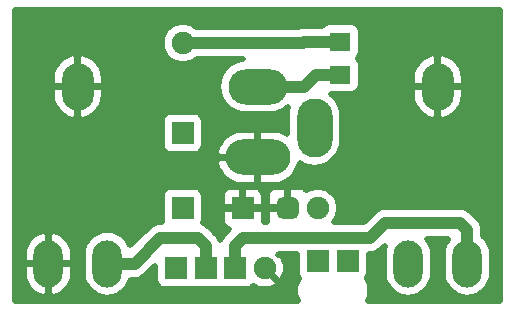
<source format=gbr>
G04 #@! TF.GenerationSoftware,KiCad,Pcbnew,5.1.6-c6e7f7d~87~ubuntu19.10.1*
G04 #@! TF.CreationDate,2022-01-09T06:03:03+06:00*
G04 #@! TF.ProjectId,1590N1_connector_board_r1,31353930-4e31-45f6-936f-6e6e6563746f,1A*
G04 #@! TF.SameCoordinates,Original*
G04 #@! TF.FileFunction,Copper,L2,Bot*
G04 #@! TF.FilePolarity,Positive*
%FSLAX46Y46*%
G04 Gerber Fmt 4.6, Leading zero omitted, Abs format (unit mm)*
G04 Created by KiCad (PCBNEW 5.1.6-c6e7f7d~87~ubuntu19.10.1) date 2022-01-09 06:03:03*
%MOMM*%
%LPD*%
G01*
G04 APERTURE LIST*
G04 #@! TA.AperFunction,ComponentPad*
%ADD10O,5.000000X3.000000*%
G04 #@! TD*
G04 #@! TA.AperFunction,ComponentPad*
%ADD11O,3.000000X5.000000*%
G04 #@! TD*
G04 #@! TA.AperFunction,ComponentPad*
%ADD12O,5.500000X3.000000*%
G04 #@! TD*
G04 #@! TA.AperFunction,ComponentPad*
%ADD13R,1.900000X1.900000*%
G04 #@! TD*
G04 #@! TA.AperFunction,ComponentPad*
%ADD14C,1.900000*%
G04 #@! TD*
G04 #@! TA.AperFunction,ComponentPad*
%ADD15O,2.500000X4.000000*%
G04 #@! TD*
G04 #@! TA.AperFunction,ComponentPad*
%ADD16O,2.700000X4.000000*%
G04 #@! TD*
G04 #@! TA.AperFunction,SMDPad,CuDef*
%ADD17R,1.800000X1.600000*%
G04 #@! TD*
G04 #@! TA.AperFunction,Conductor*
%ADD18C,1.000000*%
G04 #@! TD*
G04 #@! TA.AperFunction,Conductor*
%ADD19C,0.500000*%
G04 #@! TD*
G04 APERTURE END LIST*
D10*
X105410000Y-142755000D03*
D11*
X110210000Y-146255000D03*
D12*
X105410000Y-148755000D03*
D13*
X99060000Y-146685000D03*
D14*
X99060000Y-139065000D03*
X105985000Y-158115000D03*
D13*
X103485000Y-158115000D03*
X100985000Y-158115000D03*
X98485000Y-158115000D03*
D15*
X87670000Y-157755000D03*
X92670000Y-157755000D03*
D16*
X90170000Y-142755000D03*
X120650000Y-142755000D03*
D15*
X123150000Y-157755000D03*
X118150000Y-157755000D03*
D17*
X112395000Y-141735000D03*
X112395000Y-138935000D03*
D13*
X99060000Y-153035000D03*
X104140000Y-153035000D03*
X110490000Y-157480000D03*
G04 #@! TA.AperFunction,ComponentPad*
G36*
G01*
X108900000Y-152655000D02*
X108900000Y-153415000D01*
G75*
G02*
X108330000Y-153985000I-570000J0D01*
G01*
X107570000Y-153985000D01*
G75*
G02*
X107000000Y-153415000I0J570000D01*
G01*
X107000000Y-152655000D01*
G75*
G02*
X107570000Y-152085000I570000J0D01*
G01*
X108330000Y-152085000D01*
G75*
G02*
X108900000Y-152655000I0J-570000D01*
G01*
G37*
G04 #@! TD.AperFunction*
D14*
X110490000Y-153035000D03*
D13*
X113030000Y-157480000D03*
D18*
X122555000Y-154305000D02*
X123150000Y-154900000D01*
X123150000Y-154900000D02*
X123150000Y-157755000D01*
X116205000Y-154305000D02*
X122555000Y-154305000D01*
X114935000Y-155575000D02*
X116205000Y-154305000D01*
X103485000Y-156230000D02*
X104140000Y-155575000D01*
X104140000Y-155575000D02*
X114935000Y-155575000D01*
X103485000Y-158115000D02*
X103485000Y-156230000D01*
X100330000Y-155575000D02*
X100985000Y-156230000D01*
X97155000Y-155575000D02*
X100330000Y-155575000D01*
X100985000Y-156230000D02*
X100985000Y-158115000D01*
X94975000Y-157755000D02*
X97155000Y-155575000D01*
X92670000Y-157755000D02*
X94975000Y-157755000D01*
X109220000Y-139065000D02*
X99060000Y-139065000D01*
X109350000Y-138935000D02*
X109220000Y-139065000D01*
X112395000Y-138935000D02*
X109350000Y-138935000D01*
X105410000Y-142755000D02*
X109340000Y-142755000D01*
X110360000Y-141735000D02*
X109340000Y-142755000D01*
X112395000Y-141735000D02*
X110360000Y-141735000D01*
D19*
G36*
X125950001Y-160875000D02*
G01*
X114744034Y-160875000D01*
X114867325Y-160577347D01*
X114940755Y-160208193D01*
X114940755Y-159831807D01*
X114867325Y-159462653D01*
X114723289Y-159114918D01*
X114630933Y-158976697D01*
X114690168Y-158904519D01*
X114769097Y-158756855D01*
X114817700Y-158596629D01*
X114834112Y-158430000D01*
X114834112Y-156925000D01*
X114868681Y-156925000D01*
X114935000Y-156931532D01*
X115001319Y-156925000D01*
X115001321Y-156925000D01*
X115199646Y-156905467D01*
X115454122Y-156828272D01*
X115688649Y-156702915D01*
X115894213Y-156534213D01*
X115936491Y-156482697D01*
X116191214Y-156227975D01*
X116080385Y-156593329D01*
X116050000Y-156901834D01*
X116050000Y-158608167D01*
X116080386Y-158916672D01*
X116200466Y-159312524D01*
X116395466Y-159677343D01*
X116657892Y-159997109D01*
X116977658Y-160259535D01*
X117342477Y-160454535D01*
X117738329Y-160574615D01*
X118150000Y-160615161D01*
X118561672Y-160574615D01*
X118957524Y-160454535D01*
X119322343Y-160259535D01*
X119642109Y-159997109D01*
X119904535Y-159677343D01*
X120099535Y-159312524D01*
X120219615Y-158916671D01*
X120250000Y-158608166D01*
X120250000Y-156901833D01*
X120219615Y-156593328D01*
X120099535Y-156197476D01*
X119904535Y-155832657D01*
X119758735Y-155655000D01*
X121541265Y-155655000D01*
X121395465Y-155832657D01*
X121200465Y-156197477D01*
X121080385Y-156593329D01*
X121050000Y-156901834D01*
X121050000Y-158608167D01*
X121080386Y-158916672D01*
X121200466Y-159312524D01*
X121395466Y-159677343D01*
X121657892Y-159997109D01*
X121977658Y-160259535D01*
X122342477Y-160454535D01*
X122738329Y-160574615D01*
X123150000Y-160615161D01*
X123561672Y-160574615D01*
X123957524Y-160454535D01*
X124322343Y-160259535D01*
X124642109Y-159997109D01*
X124904535Y-159677343D01*
X125099535Y-159312524D01*
X125219615Y-158916671D01*
X125250000Y-158608166D01*
X125250000Y-156901833D01*
X125219615Y-156593328D01*
X125099535Y-156197476D01*
X124904535Y-155832657D01*
X124642109Y-155512891D01*
X124500000Y-155396265D01*
X124500000Y-154966310D01*
X124506531Y-154899999D01*
X124500000Y-154833688D01*
X124500000Y-154833679D01*
X124480467Y-154635354D01*
X124403272Y-154380878D01*
X124277915Y-154146351D01*
X124109212Y-153940787D01*
X124057701Y-153898513D01*
X123556491Y-153397303D01*
X123514213Y-153345787D01*
X123308649Y-153177085D01*
X123074122Y-153051728D01*
X122819646Y-152974533D01*
X122621321Y-152955000D01*
X122621319Y-152955000D01*
X122555000Y-152948468D01*
X122488681Y-152955000D01*
X116271310Y-152955000D01*
X116204999Y-152948469D01*
X116138688Y-152955000D01*
X116138679Y-152955000D01*
X115940354Y-152974533D01*
X115685878Y-153051728D01*
X115576707Y-153110081D01*
X115451350Y-153177085D01*
X115297301Y-153303510D01*
X115297298Y-153303513D01*
X115245787Y-153345787D01*
X115203513Y-153397298D01*
X114375812Y-154225000D01*
X111845584Y-154225000D01*
X111888151Y-154182433D01*
X112085139Y-153887620D01*
X112220827Y-153560041D01*
X112290000Y-153212284D01*
X112290000Y-152857716D01*
X112220827Y-152509959D01*
X112085139Y-152182380D01*
X111888151Y-151887567D01*
X111637433Y-151636849D01*
X111342620Y-151439861D01*
X111015041Y-151304173D01*
X110667284Y-151235000D01*
X110312716Y-151235000D01*
X109964959Y-151304173D01*
X109637380Y-151439861D01*
X109529372Y-151512029D01*
X109503949Y-151481051D01*
X109374520Y-151374831D01*
X109226855Y-151295902D01*
X109066629Y-151247299D01*
X108900000Y-151230887D01*
X108212500Y-151235000D01*
X108000000Y-151447500D01*
X108000000Y-152985000D01*
X108020000Y-152985000D01*
X108020000Y-153085000D01*
X108000000Y-153085000D01*
X108000000Y-153105000D01*
X107900000Y-153105000D01*
X107900000Y-153085000D01*
X106362500Y-153085000D01*
X106150000Y-153297500D01*
X106145887Y-153985000D01*
X106162299Y-154151629D01*
X106184555Y-154225000D01*
X105905445Y-154225000D01*
X105927701Y-154151629D01*
X105944113Y-153985000D01*
X105940000Y-153297500D01*
X105727500Y-153085000D01*
X104190000Y-153085000D01*
X104190000Y-153105000D01*
X104090000Y-153105000D01*
X104090000Y-153085000D01*
X102552500Y-153085000D01*
X102340000Y-153297500D01*
X102335887Y-153985000D01*
X102352299Y-154151629D01*
X102400902Y-154311855D01*
X102479831Y-154459520D01*
X102586051Y-154588949D01*
X102715480Y-154695169D01*
X102863145Y-154774098D01*
X102992481Y-154813331D01*
X102577299Y-155228513D01*
X102525788Y-155270787D01*
X102483514Y-155322298D01*
X102483510Y-155322302D01*
X102357085Y-155476351D01*
X102235000Y-155704757D01*
X102112915Y-155476351D01*
X101944212Y-155270787D01*
X101892701Y-155228513D01*
X101331490Y-154667302D01*
X101289213Y-154615787D01*
X101083649Y-154447085D01*
X100849122Y-154321728D01*
X100800570Y-154307000D01*
X100847700Y-154151629D01*
X100864112Y-153985000D01*
X100864112Y-152085000D01*
X102335887Y-152085000D01*
X102340000Y-152772500D01*
X102552500Y-152985000D01*
X104090000Y-152985000D01*
X104090000Y-151447500D01*
X104190000Y-151447500D01*
X104190000Y-152985000D01*
X105727500Y-152985000D01*
X105940000Y-152772500D01*
X105944113Y-152085000D01*
X106145887Y-152085000D01*
X106150000Y-152772500D01*
X106362500Y-152985000D01*
X107900000Y-152985000D01*
X107900000Y-151447500D01*
X107687500Y-151235000D01*
X107000000Y-151230887D01*
X106833371Y-151247299D01*
X106673145Y-151295902D01*
X106525480Y-151374831D01*
X106396051Y-151481051D01*
X106289831Y-151610480D01*
X106210902Y-151758145D01*
X106162299Y-151918371D01*
X106145887Y-152085000D01*
X105944113Y-152085000D01*
X105927701Y-151918371D01*
X105879098Y-151758145D01*
X105800169Y-151610480D01*
X105693949Y-151481051D01*
X105564520Y-151374831D01*
X105416855Y-151295902D01*
X105256629Y-151247299D01*
X105090000Y-151230887D01*
X104402500Y-151235000D01*
X104190000Y-151447500D01*
X104090000Y-151447500D01*
X103877500Y-151235000D01*
X103190000Y-151230887D01*
X103023371Y-151247299D01*
X102863145Y-151295902D01*
X102715480Y-151374831D01*
X102586051Y-151481051D01*
X102479831Y-151610480D01*
X102400902Y-151758145D01*
X102352299Y-151918371D01*
X102335887Y-152085000D01*
X100864112Y-152085000D01*
X100847700Y-151918371D01*
X100799097Y-151758145D01*
X100720168Y-151610481D01*
X100613948Y-151481052D01*
X100484519Y-151374832D01*
X100336855Y-151295903D01*
X100176629Y-151247300D01*
X100010000Y-151230888D01*
X98110000Y-151230888D01*
X97943371Y-151247300D01*
X97783145Y-151295903D01*
X97635481Y-151374832D01*
X97506052Y-151481052D01*
X97399832Y-151610481D01*
X97320903Y-151758145D01*
X97272300Y-151918371D01*
X97255888Y-152085000D01*
X97255888Y-153985000D01*
X97272300Y-154151629D01*
X97294556Y-154225000D01*
X97221319Y-154225000D01*
X97155000Y-154218468D01*
X97088681Y-154225000D01*
X97088679Y-154225000D01*
X96890354Y-154244533D01*
X96695105Y-154303761D01*
X96635877Y-154321728D01*
X96427420Y-154433151D01*
X96401351Y-154447085D01*
X96195787Y-154615787D01*
X96153510Y-154667302D01*
X94620420Y-156200392D01*
X94619535Y-156197476D01*
X94424535Y-155832657D01*
X94162109Y-155512891D01*
X93842343Y-155250465D01*
X93477523Y-155055465D01*
X93081671Y-154935385D01*
X92670000Y-154894839D01*
X92258328Y-154935385D01*
X91862476Y-155055465D01*
X91497657Y-155250465D01*
X91177891Y-155512891D01*
X90915465Y-155832657D01*
X90720465Y-156197477D01*
X90600385Y-156593329D01*
X90570000Y-156901834D01*
X90570000Y-158608167D01*
X90600386Y-158916672D01*
X90720466Y-159312524D01*
X90915466Y-159677343D01*
X91177892Y-159997109D01*
X91497658Y-160259535D01*
X91862477Y-160454535D01*
X92258329Y-160574615D01*
X92670000Y-160615161D01*
X93081672Y-160574615D01*
X93477524Y-160454535D01*
X93842343Y-160259535D01*
X94162109Y-159997109D01*
X94424535Y-159677343D01*
X94619535Y-159312524D01*
X94682486Y-159105000D01*
X94908681Y-159105000D01*
X94975000Y-159111532D01*
X95041319Y-159105000D01*
X95041321Y-159105000D01*
X95239646Y-159085467D01*
X95494122Y-159008272D01*
X95728649Y-158882915D01*
X95934213Y-158714213D01*
X95976491Y-158662697D01*
X96680888Y-157958300D01*
X96680888Y-159065000D01*
X96697300Y-159231629D01*
X96745903Y-159391855D01*
X96824832Y-159539519D01*
X96931052Y-159668948D01*
X97060481Y-159775168D01*
X97208145Y-159854097D01*
X97368371Y-159902700D01*
X97535000Y-159919112D01*
X99435000Y-159919112D01*
X99601629Y-159902700D01*
X99735000Y-159862243D01*
X99868371Y-159902700D01*
X100035000Y-159919112D01*
X101935000Y-159919112D01*
X102101629Y-159902700D01*
X102235000Y-159862243D01*
X102368371Y-159902700D01*
X102535000Y-159919112D01*
X104435000Y-159919112D01*
X104601629Y-159902700D01*
X104761855Y-159854097D01*
X104909519Y-159775168D01*
X105038948Y-159668948D01*
X105050233Y-159655197D01*
X105273463Y-159777873D01*
X105611545Y-159884735D01*
X105963979Y-159923587D01*
X106317221Y-159892936D01*
X106657695Y-159793961D01*
X106972318Y-159630463D01*
X107007276Y-159607107D01*
X107077781Y-159278492D01*
X105985000Y-158185711D01*
X105970858Y-158199853D01*
X105900147Y-158129142D01*
X105914289Y-158115000D01*
X105900147Y-158100858D01*
X105970858Y-158030147D01*
X105985000Y-158044289D01*
X105999142Y-158030147D01*
X106069853Y-158100858D01*
X106055711Y-158115000D01*
X107148492Y-159207781D01*
X107477107Y-159137276D01*
X107647873Y-158826537D01*
X107754735Y-158488455D01*
X107793587Y-158136021D01*
X107762936Y-157782779D01*
X107663961Y-157442305D01*
X107500463Y-157127682D01*
X107477107Y-157092724D01*
X107148494Y-157022219D01*
X107245713Y-156925000D01*
X108685888Y-156925000D01*
X108685888Y-158430000D01*
X108702300Y-158596629D01*
X108750903Y-158756855D01*
X108829832Y-158904519D01*
X108889067Y-158976697D01*
X108796711Y-159114918D01*
X108652675Y-159462653D01*
X108579245Y-159831807D01*
X108579245Y-160208193D01*
X108652675Y-160577347D01*
X108775966Y-160875000D01*
X84870000Y-160875000D01*
X84870000Y-157805000D01*
X85570000Y-157805000D01*
X85570000Y-158555000D01*
X85620105Y-158963729D01*
X85748987Y-159354829D01*
X85951692Y-159713271D01*
X86220431Y-160025280D01*
X86544876Y-160278865D01*
X86912559Y-160464281D01*
X87292196Y-160570736D01*
X87620000Y-160391838D01*
X87620000Y-157805000D01*
X87720000Y-157805000D01*
X87720000Y-160391838D01*
X88047804Y-160570736D01*
X88427441Y-160464281D01*
X88795124Y-160278865D01*
X89119569Y-160025280D01*
X89388308Y-159713271D01*
X89591013Y-159354829D01*
X89719895Y-158963729D01*
X89770000Y-158555000D01*
X89770000Y-157805000D01*
X87720000Y-157805000D01*
X87620000Y-157805000D01*
X85570000Y-157805000D01*
X84870000Y-157805000D01*
X84870000Y-156955000D01*
X85570000Y-156955000D01*
X85570000Y-157705000D01*
X87620000Y-157705000D01*
X87620000Y-155118162D01*
X87720000Y-155118162D01*
X87720000Y-157705000D01*
X89770000Y-157705000D01*
X89770000Y-156955000D01*
X89719895Y-156546271D01*
X89591013Y-156155171D01*
X89388308Y-155796729D01*
X89119569Y-155484720D01*
X88795124Y-155231135D01*
X88427441Y-155045719D01*
X88047804Y-154939264D01*
X87720000Y-155118162D01*
X87620000Y-155118162D01*
X87292196Y-154939264D01*
X86912559Y-155045719D01*
X86544876Y-155231135D01*
X86220431Y-155484720D01*
X85951692Y-155796729D01*
X85748987Y-156155171D01*
X85620105Y-156546271D01*
X85570000Y-156955000D01*
X84870000Y-156955000D01*
X84870000Y-149171922D01*
X101847280Y-149171922D01*
X101969747Y-149608111D01*
X102178266Y-150019016D01*
X102462942Y-150381345D01*
X102812835Y-150681175D01*
X103214499Y-150906983D01*
X103652498Y-151050091D01*
X104110000Y-151105000D01*
X105360000Y-151105000D01*
X105360000Y-148805000D01*
X102023085Y-148805000D01*
X101847280Y-149171922D01*
X84870000Y-149171922D01*
X84870000Y-145735000D01*
X97255888Y-145735000D01*
X97255888Y-147635000D01*
X97272300Y-147801629D01*
X97320903Y-147961855D01*
X97399832Y-148109519D01*
X97506052Y-148238948D01*
X97635481Y-148345168D01*
X97783145Y-148424097D01*
X97943371Y-148472700D01*
X98110000Y-148489112D01*
X100010000Y-148489112D01*
X100176629Y-148472700D01*
X100336855Y-148424097D01*
X100484519Y-148345168D01*
X100493158Y-148338078D01*
X101847280Y-148338078D01*
X102023085Y-148705000D01*
X105360000Y-148705000D01*
X105360000Y-146405000D01*
X104110000Y-146405000D01*
X103652498Y-146459909D01*
X103214499Y-146603017D01*
X102812835Y-146828825D01*
X102462942Y-147128655D01*
X102178266Y-147490984D01*
X101969747Y-147901889D01*
X101847280Y-148338078D01*
X100493158Y-148338078D01*
X100613948Y-148238948D01*
X100720168Y-148109519D01*
X100799097Y-147961855D01*
X100847700Y-147801629D01*
X100864112Y-147635000D01*
X100864112Y-145735000D01*
X100847700Y-145568371D01*
X100799097Y-145408145D01*
X100720168Y-145260481D01*
X100613948Y-145131052D01*
X100484519Y-145024832D01*
X100336855Y-144945903D01*
X100176629Y-144897300D01*
X100010000Y-144880888D01*
X98110000Y-144880888D01*
X97943371Y-144897300D01*
X97783145Y-144945903D01*
X97635481Y-145024832D01*
X97506052Y-145131052D01*
X97399832Y-145260481D01*
X97320903Y-145408145D01*
X97272300Y-145568371D01*
X97255888Y-145735000D01*
X84870000Y-145735000D01*
X84870000Y-142805000D01*
X87970000Y-142805000D01*
X87970000Y-143455000D01*
X88022027Y-143883238D01*
X88156599Y-144293098D01*
X88368545Y-144668828D01*
X88649720Y-144995990D01*
X88989319Y-145262011D01*
X89374290Y-145456668D01*
X89776549Y-145569532D01*
X90120000Y-145391871D01*
X90120000Y-142805000D01*
X90220000Y-142805000D01*
X90220000Y-145391871D01*
X90563451Y-145569532D01*
X90965710Y-145456668D01*
X91350681Y-145262011D01*
X91690280Y-144995990D01*
X91971455Y-144668828D01*
X92183401Y-144293098D01*
X92317973Y-143883238D01*
X92370000Y-143455000D01*
X92370000Y-142805000D01*
X90220000Y-142805000D01*
X90120000Y-142805000D01*
X87970000Y-142805000D01*
X84870000Y-142805000D01*
X84870000Y-142055000D01*
X87970000Y-142055000D01*
X87970000Y-142705000D01*
X90120000Y-142705000D01*
X90120000Y-140118129D01*
X90220000Y-140118129D01*
X90220000Y-142705000D01*
X92370000Y-142705000D01*
X92370000Y-142055000D01*
X92317973Y-141626762D01*
X92183401Y-141216902D01*
X91971455Y-140841172D01*
X91690280Y-140514010D01*
X91350681Y-140247989D01*
X90965710Y-140053332D01*
X90563451Y-139940468D01*
X90220000Y-140118129D01*
X90120000Y-140118129D01*
X89776549Y-139940468D01*
X89374290Y-140053332D01*
X88989319Y-140247989D01*
X88649720Y-140514010D01*
X88368545Y-140841172D01*
X88156599Y-141216902D01*
X88022027Y-141626762D01*
X87970000Y-142055000D01*
X84870000Y-142055000D01*
X84870000Y-138887716D01*
X97260000Y-138887716D01*
X97260000Y-139242284D01*
X97329173Y-139590041D01*
X97464861Y-139917620D01*
X97661849Y-140212433D01*
X97912567Y-140463151D01*
X98207380Y-140660139D01*
X98534959Y-140795827D01*
X98882716Y-140865000D01*
X99237284Y-140865000D01*
X99585041Y-140795827D01*
X99912620Y-140660139D01*
X100207433Y-140463151D01*
X100255584Y-140415000D01*
X104193026Y-140415000D01*
X103949320Y-140439003D01*
X103506343Y-140573379D01*
X103098093Y-140791593D01*
X102740259Y-141085259D01*
X102446593Y-141443093D01*
X102228379Y-141851343D01*
X102094003Y-142294320D01*
X102048630Y-142755000D01*
X102094003Y-143215680D01*
X102228379Y-143658657D01*
X102446593Y-144066907D01*
X102740259Y-144424741D01*
X103098093Y-144718407D01*
X103506343Y-144936621D01*
X103949320Y-145070997D01*
X104294558Y-145105000D01*
X106525442Y-145105000D01*
X106870680Y-145070997D01*
X107313657Y-144936621D01*
X107721907Y-144718407D01*
X107981709Y-144505193D01*
X107894003Y-144794321D01*
X107860000Y-145139559D01*
X107860000Y-146746092D01*
X107605501Y-146603017D01*
X107167502Y-146459909D01*
X106710000Y-146405000D01*
X105460000Y-146405000D01*
X105460000Y-148705000D01*
X105480000Y-148705000D01*
X105480000Y-148805000D01*
X105460000Y-148805000D01*
X105460000Y-151105000D01*
X106710000Y-151105000D01*
X107167502Y-151050091D01*
X107605501Y-150906983D01*
X108007165Y-150681175D01*
X108357058Y-150381345D01*
X108641734Y-150019016D01*
X108850253Y-149608111D01*
X108951634Y-149247025D01*
X109306344Y-149436621D01*
X109749321Y-149570997D01*
X110210000Y-149616370D01*
X110670680Y-149570997D01*
X111113657Y-149436621D01*
X111521907Y-149218407D01*
X111879741Y-148924741D01*
X112173407Y-148566907D01*
X112391621Y-148158657D01*
X112525997Y-147715680D01*
X112560000Y-147370442D01*
X112560000Y-145139558D01*
X112525997Y-144794320D01*
X112391621Y-144351343D01*
X112173407Y-143943093D01*
X111879741Y-143585259D01*
X111640734Y-143389112D01*
X113295000Y-143389112D01*
X113461629Y-143372700D01*
X113621855Y-143324097D01*
X113769519Y-143245168D01*
X113898948Y-143138948D01*
X114005168Y-143009519D01*
X114084097Y-142861855D01*
X114101343Y-142805000D01*
X118450000Y-142805000D01*
X118450000Y-143455000D01*
X118502027Y-143883238D01*
X118636599Y-144293098D01*
X118848545Y-144668828D01*
X119129720Y-144995990D01*
X119469319Y-145262011D01*
X119854290Y-145456668D01*
X120256549Y-145569532D01*
X120600000Y-145391871D01*
X120600000Y-142805000D01*
X120700000Y-142805000D01*
X120700000Y-145391871D01*
X121043451Y-145569532D01*
X121445710Y-145456668D01*
X121830681Y-145262011D01*
X122170280Y-144995990D01*
X122451455Y-144668828D01*
X122663401Y-144293098D01*
X122797973Y-143883238D01*
X122850000Y-143455000D01*
X122850000Y-142805000D01*
X120700000Y-142805000D01*
X120600000Y-142805000D01*
X118450000Y-142805000D01*
X114101343Y-142805000D01*
X114132700Y-142701629D01*
X114149112Y-142535000D01*
X114149112Y-142055000D01*
X118450000Y-142055000D01*
X118450000Y-142705000D01*
X120600000Y-142705000D01*
X120600000Y-140118129D01*
X120700000Y-140118129D01*
X120700000Y-142705000D01*
X122850000Y-142705000D01*
X122850000Y-142055000D01*
X122797973Y-141626762D01*
X122663401Y-141216902D01*
X122451455Y-140841172D01*
X122170280Y-140514010D01*
X121830681Y-140247989D01*
X121445710Y-140053332D01*
X121043451Y-139940468D01*
X120700000Y-140118129D01*
X120600000Y-140118129D01*
X120256549Y-139940468D01*
X119854290Y-140053332D01*
X119469319Y-140247989D01*
X119129720Y-140514010D01*
X118848545Y-140841172D01*
X118636599Y-141216902D01*
X118502027Y-141626762D01*
X118450000Y-142055000D01*
X114149112Y-142055000D01*
X114149112Y-140935000D01*
X114132700Y-140768371D01*
X114084097Y-140608145D01*
X114005168Y-140460481D01*
X113902188Y-140335000D01*
X114005168Y-140209519D01*
X114084097Y-140061855D01*
X114132700Y-139901629D01*
X114149112Y-139735000D01*
X114149112Y-138135000D01*
X114132700Y-137968371D01*
X114084097Y-137808145D01*
X114005168Y-137660481D01*
X113898948Y-137531052D01*
X113769519Y-137424832D01*
X113621855Y-137345903D01*
X113461629Y-137297300D01*
X113295000Y-137280888D01*
X111495000Y-137280888D01*
X111328371Y-137297300D01*
X111168145Y-137345903D01*
X111020481Y-137424832D01*
X110891052Y-137531052D01*
X110846778Y-137585000D01*
X109416319Y-137585000D01*
X109350000Y-137578468D01*
X109283681Y-137585000D01*
X109283679Y-137585000D01*
X109085354Y-137604533D01*
X108830878Y-137681728D01*
X108768630Y-137715000D01*
X100255584Y-137715000D01*
X100207433Y-137666849D01*
X99912620Y-137469861D01*
X99585041Y-137334173D01*
X99237284Y-137265000D01*
X98882716Y-137265000D01*
X98534959Y-137334173D01*
X98207380Y-137469861D01*
X97912567Y-137666849D01*
X97661849Y-137917567D01*
X97464861Y-138212380D01*
X97329173Y-138539959D01*
X97260000Y-138887716D01*
X84870000Y-138887716D01*
X84870000Y-136305000D01*
X125950000Y-136305000D01*
X125950001Y-160875000D01*
G37*
X125950001Y-160875000D02*
X114744034Y-160875000D01*
X114867325Y-160577347D01*
X114940755Y-160208193D01*
X114940755Y-159831807D01*
X114867325Y-159462653D01*
X114723289Y-159114918D01*
X114630933Y-158976697D01*
X114690168Y-158904519D01*
X114769097Y-158756855D01*
X114817700Y-158596629D01*
X114834112Y-158430000D01*
X114834112Y-156925000D01*
X114868681Y-156925000D01*
X114935000Y-156931532D01*
X115001319Y-156925000D01*
X115001321Y-156925000D01*
X115199646Y-156905467D01*
X115454122Y-156828272D01*
X115688649Y-156702915D01*
X115894213Y-156534213D01*
X115936491Y-156482697D01*
X116191214Y-156227975D01*
X116080385Y-156593329D01*
X116050000Y-156901834D01*
X116050000Y-158608167D01*
X116080386Y-158916672D01*
X116200466Y-159312524D01*
X116395466Y-159677343D01*
X116657892Y-159997109D01*
X116977658Y-160259535D01*
X117342477Y-160454535D01*
X117738329Y-160574615D01*
X118150000Y-160615161D01*
X118561672Y-160574615D01*
X118957524Y-160454535D01*
X119322343Y-160259535D01*
X119642109Y-159997109D01*
X119904535Y-159677343D01*
X120099535Y-159312524D01*
X120219615Y-158916671D01*
X120250000Y-158608166D01*
X120250000Y-156901833D01*
X120219615Y-156593328D01*
X120099535Y-156197476D01*
X119904535Y-155832657D01*
X119758735Y-155655000D01*
X121541265Y-155655000D01*
X121395465Y-155832657D01*
X121200465Y-156197477D01*
X121080385Y-156593329D01*
X121050000Y-156901834D01*
X121050000Y-158608167D01*
X121080386Y-158916672D01*
X121200466Y-159312524D01*
X121395466Y-159677343D01*
X121657892Y-159997109D01*
X121977658Y-160259535D01*
X122342477Y-160454535D01*
X122738329Y-160574615D01*
X123150000Y-160615161D01*
X123561672Y-160574615D01*
X123957524Y-160454535D01*
X124322343Y-160259535D01*
X124642109Y-159997109D01*
X124904535Y-159677343D01*
X125099535Y-159312524D01*
X125219615Y-158916671D01*
X125250000Y-158608166D01*
X125250000Y-156901833D01*
X125219615Y-156593328D01*
X125099535Y-156197476D01*
X124904535Y-155832657D01*
X124642109Y-155512891D01*
X124500000Y-155396265D01*
X124500000Y-154966310D01*
X124506531Y-154899999D01*
X124500000Y-154833688D01*
X124500000Y-154833679D01*
X124480467Y-154635354D01*
X124403272Y-154380878D01*
X124277915Y-154146351D01*
X124109212Y-153940787D01*
X124057701Y-153898513D01*
X123556491Y-153397303D01*
X123514213Y-153345787D01*
X123308649Y-153177085D01*
X123074122Y-153051728D01*
X122819646Y-152974533D01*
X122621321Y-152955000D01*
X122621319Y-152955000D01*
X122555000Y-152948468D01*
X122488681Y-152955000D01*
X116271310Y-152955000D01*
X116204999Y-152948469D01*
X116138688Y-152955000D01*
X116138679Y-152955000D01*
X115940354Y-152974533D01*
X115685878Y-153051728D01*
X115576707Y-153110081D01*
X115451350Y-153177085D01*
X115297301Y-153303510D01*
X115297298Y-153303513D01*
X115245787Y-153345787D01*
X115203513Y-153397298D01*
X114375812Y-154225000D01*
X111845584Y-154225000D01*
X111888151Y-154182433D01*
X112085139Y-153887620D01*
X112220827Y-153560041D01*
X112290000Y-153212284D01*
X112290000Y-152857716D01*
X112220827Y-152509959D01*
X112085139Y-152182380D01*
X111888151Y-151887567D01*
X111637433Y-151636849D01*
X111342620Y-151439861D01*
X111015041Y-151304173D01*
X110667284Y-151235000D01*
X110312716Y-151235000D01*
X109964959Y-151304173D01*
X109637380Y-151439861D01*
X109529372Y-151512029D01*
X109503949Y-151481051D01*
X109374520Y-151374831D01*
X109226855Y-151295902D01*
X109066629Y-151247299D01*
X108900000Y-151230887D01*
X108212500Y-151235000D01*
X108000000Y-151447500D01*
X108000000Y-152985000D01*
X108020000Y-152985000D01*
X108020000Y-153085000D01*
X108000000Y-153085000D01*
X108000000Y-153105000D01*
X107900000Y-153105000D01*
X107900000Y-153085000D01*
X106362500Y-153085000D01*
X106150000Y-153297500D01*
X106145887Y-153985000D01*
X106162299Y-154151629D01*
X106184555Y-154225000D01*
X105905445Y-154225000D01*
X105927701Y-154151629D01*
X105944113Y-153985000D01*
X105940000Y-153297500D01*
X105727500Y-153085000D01*
X104190000Y-153085000D01*
X104190000Y-153105000D01*
X104090000Y-153105000D01*
X104090000Y-153085000D01*
X102552500Y-153085000D01*
X102340000Y-153297500D01*
X102335887Y-153985000D01*
X102352299Y-154151629D01*
X102400902Y-154311855D01*
X102479831Y-154459520D01*
X102586051Y-154588949D01*
X102715480Y-154695169D01*
X102863145Y-154774098D01*
X102992481Y-154813331D01*
X102577299Y-155228513D01*
X102525788Y-155270787D01*
X102483514Y-155322298D01*
X102483510Y-155322302D01*
X102357085Y-155476351D01*
X102235000Y-155704757D01*
X102112915Y-155476351D01*
X101944212Y-155270787D01*
X101892701Y-155228513D01*
X101331490Y-154667302D01*
X101289213Y-154615787D01*
X101083649Y-154447085D01*
X100849122Y-154321728D01*
X100800570Y-154307000D01*
X100847700Y-154151629D01*
X100864112Y-153985000D01*
X100864112Y-152085000D01*
X102335887Y-152085000D01*
X102340000Y-152772500D01*
X102552500Y-152985000D01*
X104090000Y-152985000D01*
X104090000Y-151447500D01*
X104190000Y-151447500D01*
X104190000Y-152985000D01*
X105727500Y-152985000D01*
X105940000Y-152772500D01*
X105944113Y-152085000D01*
X106145887Y-152085000D01*
X106150000Y-152772500D01*
X106362500Y-152985000D01*
X107900000Y-152985000D01*
X107900000Y-151447500D01*
X107687500Y-151235000D01*
X107000000Y-151230887D01*
X106833371Y-151247299D01*
X106673145Y-151295902D01*
X106525480Y-151374831D01*
X106396051Y-151481051D01*
X106289831Y-151610480D01*
X106210902Y-151758145D01*
X106162299Y-151918371D01*
X106145887Y-152085000D01*
X105944113Y-152085000D01*
X105927701Y-151918371D01*
X105879098Y-151758145D01*
X105800169Y-151610480D01*
X105693949Y-151481051D01*
X105564520Y-151374831D01*
X105416855Y-151295902D01*
X105256629Y-151247299D01*
X105090000Y-151230887D01*
X104402500Y-151235000D01*
X104190000Y-151447500D01*
X104090000Y-151447500D01*
X103877500Y-151235000D01*
X103190000Y-151230887D01*
X103023371Y-151247299D01*
X102863145Y-151295902D01*
X102715480Y-151374831D01*
X102586051Y-151481051D01*
X102479831Y-151610480D01*
X102400902Y-151758145D01*
X102352299Y-151918371D01*
X102335887Y-152085000D01*
X100864112Y-152085000D01*
X100847700Y-151918371D01*
X100799097Y-151758145D01*
X100720168Y-151610481D01*
X100613948Y-151481052D01*
X100484519Y-151374832D01*
X100336855Y-151295903D01*
X100176629Y-151247300D01*
X100010000Y-151230888D01*
X98110000Y-151230888D01*
X97943371Y-151247300D01*
X97783145Y-151295903D01*
X97635481Y-151374832D01*
X97506052Y-151481052D01*
X97399832Y-151610481D01*
X97320903Y-151758145D01*
X97272300Y-151918371D01*
X97255888Y-152085000D01*
X97255888Y-153985000D01*
X97272300Y-154151629D01*
X97294556Y-154225000D01*
X97221319Y-154225000D01*
X97155000Y-154218468D01*
X97088681Y-154225000D01*
X97088679Y-154225000D01*
X96890354Y-154244533D01*
X96695105Y-154303761D01*
X96635877Y-154321728D01*
X96427420Y-154433151D01*
X96401351Y-154447085D01*
X96195787Y-154615787D01*
X96153510Y-154667302D01*
X94620420Y-156200392D01*
X94619535Y-156197476D01*
X94424535Y-155832657D01*
X94162109Y-155512891D01*
X93842343Y-155250465D01*
X93477523Y-155055465D01*
X93081671Y-154935385D01*
X92670000Y-154894839D01*
X92258328Y-154935385D01*
X91862476Y-155055465D01*
X91497657Y-155250465D01*
X91177891Y-155512891D01*
X90915465Y-155832657D01*
X90720465Y-156197477D01*
X90600385Y-156593329D01*
X90570000Y-156901834D01*
X90570000Y-158608167D01*
X90600386Y-158916672D01*
X90720466Y-159312524D01*
X90915466Y-159677343D01*
X91177892Y-159997109D01*
X91497658Y-160259535D01*
X91862477Y-160454535D01*
X92258329Y-160574615D01*
X92670000Y-160615161D01*
X93081672Y-160574615D01*
X93477524Y-160454535D01*
X93842343Y-160259535D01*
X94162109Y-159997109D01*
X94424535Y-159677343D01*
X94619535Y-159312524D01*
X94682486Y-159105000D01*
X94908681Y-159105000D01*
X94975000Y-159111532D01*
X95041319Y-159105000D01*
X95041321Y-159105000D01*
X95239646Y-159085467D01*
X95494122Y-159008272D01*
X95728649Y-158882915D01*
X95934213Y-158714213D01*
X95976491Y-158662697D01*
X96680888Y-157958300D01*
X96680888Y-159065000D01*
X96697300Y-159231629D01*
X96745903Y-159391855D01*
X96824832Y-159539519D01*
X96931052Y-159668948D01*
X97060481Y-159775168D01*
X97208145Y-159854097D01*
X97368371Y-159902700D01*
X97535000Y-159919112D01*
X99435000Y-159919112D01*
X99601629Y-159902700D01*
X99735000Y-159862243D01*
X99868371Y-159902700D01*
X100035000Y-159919112D01*
X101935000Y-159919112D01*
X102101629Y-159902700D01*
X102235000Y-159862243D01*
X102368371Y-159902700D01*
X102535000Y-159919112D01*
X104435000Y-159919112D01*
X104601629Y-159902700D01*
X104761855Y-159854097D01*
X104909519Y-159775168D01*
X105038948Y-159668948D01*
X105050233Y-159655197D01*
X105273463Y-159777873D01*
X105611545Y-159884735D01*
X105963979Y-159923587D01*
X106317221Y-159892936D01*
X106657695Y-159793961D01*
X106972318Y-159630463D01*
X107007276Y-159607107D01*
X107077781Y-159278492D01*
X105985000Y-158185711D01*
X105970858Y-158199853D01*
X105900147Y-158129142D01*
X105914289Y-158115000D01*
X105900147Y-158100858D01*
X105970858Y-158030147D01*
X105985000Y-158044289D01*
X105999142Y-158030147D01*
X106069853Y-158100858D01*
X106055711Y-158115000D01*
X107148492Y-159207781D01*
X107477107Y-159137276D01*
X107647873Y-158826537D01*
X107754735Y-158488455D01*
X107793587Y-158136021D01*
X107762936Y-157782779D01*
X107663961Y-157442305D01*
X107500463Y-157127682D01*
X107477107Y-157092724D01*
X107148494Y-157022219D01*
X107245713Y-156925000D01*
X108685888Y-156925000D01*
X108685888Y-158430000D01*
X108702300Y-158596629D01*
X108750903Y-158756855D01*
X108829832Y-158904519D01*
X108889067Y-158976697D01*
X108796711Y-159114918D01*
X108652675Y-159462653D01*
X108579245Y-159831807D01*
X108579245Y-160208193D01*
X108652675Y-160577347D01*
X108775966Y-160875000D01*
X84870000Y-160875000D01*
X84870000Y-157805000D01*
X85570000Y-157805000D01*
X85570000Y-158555000D01*
X85620105Y-158963729D01*
X85748987Y-159354829D01*
X85951692Y-159713271D01*
X86220431Y-160025280D01*
X86544876Y-160278865D01*
X86912559Y-160464281D01*
X87292196Y-160570736D01*
X87620000Y-160391838D01*
X87620000Y-157805000D01*
X87720000Y-157805000D01*
X87720000Y-160391838D01*
X88047804Y-160570736D01*
X88427441Y-160464281D01*
X88795124Y-160278865D01*
X89119569Y-160025280D01*
X89388308Y-159713271D01*
X89591013Y-159354829D01*
X89719895Y-158963729D01*
X89770000Y-158555000D01*
X89770000Y-157805000D01*
X87720000Y-157805000D01*
X87620000Y-157805000D01*
X85570000Y-157805000D01*
X84870000Y-157805000D01*
X84870000Y-156955000D01*
X85570000Y-156955000D01*
X85570000Y-157705000D01*
X87620000Y-157705000D01*
X87620000Y-155118162D01*
X87720000Y-155118162D01*
X87720000Y-157705000D01*
X89770000Y-157705000D01*
X89770000Y-156955000D01*
X89719895Y-156546271D01*
X89591013Y-156155171D01*
X89388308Y-155796729D01*
X89119569Y-155484720D01*
X88795124Y-155231135D01*
X88427441Y-155045719D01*
X88047804Y-154939264D01*
X87720000Y-155118162D01*
X87620000Y-155118162D01*
X87292196Y-154939264D01*
X86912559Y-155045719D01*
X86544876Y-155231135D01*
X86220431Y-155484720D01*
X85951692Y-155796729D01*
X85748987Y-156155171D01*
X85620105Y-156546271D01*
X85570000Y-156955000D01*
X84870000Y-156955000D01*
X84870000Y-149171922D01*
X101847280Y-149171922D01*
X101969747Y-149608111D01*
X102178266Y-150019016D01*
X102462942Y-150381345D01*
X102812835Y-150681175D01*
X103214499Y-150906983D01*
X103652498Y-151050091D01*
X104110000Y-151105000D01*
X105360000Y-151105000D01*
X105360000Y-148805000D01*
X102023085Y-148805000D01*
X101847280Y-149171922D01*
X84870000Y-149171922D01*
X84870000Y-145735000D01*
X97255888Y-145735000D01*
X97255888Y-147635000D01*
X97272300Y-147801629D01*
X97320903Y-147961855D01*
X97399832Y-148109519D01*
X97506052Y-148238948D01*
X97635481Y-148345168D01*
X97783145Y-148424097D01*
X97943371Y-148472700D01*
X98110000Y-148489112D01*
X100010000Y-148489112D01*
X100176629Y-148472700D01*
X100336855Y-148424097D01*
X100484519Y-148345168D01*
X100493158Y-148338078D01*
X101847280Y-148338078D01*
X102023085Y-148705000D01*
X105360000Y-148705000D01*
X105360000Y-146405000D01*
X104110000Y-146405000D01*
X103652498Y-146459909D01*
X103214499Y-146603017D01*
X102812835Y-146828825D01*
X102462942Y-147128655D01*
X102178266Y-147490984D01*
X101969747Y-147901889D01*
X101847280Y-148338078D01*
X100493158Y-148338078D01*
X100613948Y-148238948D01*
X100720168Y-148109519D01*
X100799097Y-147961855D01*
X100847700Y-147801629D01*
X100864112Y-147635000D01*
X100864112Y-145735000D01*
X100847700Y-145568371D01*
X100799097Y-145408145D01*
X100720168Y-145260481D01*
X100613948Y-145131052D01*
X100484519Y-145024832D01*
X100336855Y-144945903D01*
X100176629Y-144897300D01*
X100010000Y-144880888D01*
X98110000Y-144880888D01*
X97943371Y-144897300D01*
X97783145Y-144945903D01*
X97635481Y-145024832D01*
X97506052Y-145131052D01*
X97399832Y-145260481D01*
X97320903Y-145408145D01*
X97272300Y-145568371D01*
X97255888Y-145735000D01*
X84870000Y-145735000D01*
X84870000Y-142805000D01*
X87970000Y-142805000D01*
X87970000Y-143455000D01*
X88022027Y-143883238D01*
X88156599Y-144293098D01*
X88368545Y-144668828D01*
X88649720Y-144995990D01*
X88989319Y-145262011D01*
X89374290Y-145456668D01*
X89776549Y-145569532D01*
X90120000Y-145391871D01*
X90120000Y-142805000D01*
X90220000Y-142805000D01*
X90220000Y-145391871D01*
X90563451Y-145569532D01*
X90965710Y-145456668D01*
X91350681Y-145262011D01*
X91690280Y-144995990D01*
X91971455Y-144668828D01*
X92183401Y-144293098D01*
X92317973Y-143883238D01*
X92370000Y-143455000D01*
X92370000Y-142805000D01*
X90220000Y-142805000D01*
X90120000Y-142805000D01*
X87970000Y-142805000D01*
X84870000Y-142805000D01*
X84870000Y-142055000D01*
X87970000Y-142055000D01*
X87970000Y-142705000D01*
X90120000Y-142705000D01*
X90120000Y-140118129D01*
X90220000Y-140118129D01*
X90220000Y-142705000D01*
X92370000Y-142705000D01*
X92370000Y-142055000D01*
X92317973Y-141626762D01*
X92183401Y-141216902D01*
X91971455Y-140841172D01*
X91690280Y-140514010D01*
X91350681Y-140247989D01*
X90965710Y-140053332D01*
X90563451Y-139940468D01*
X90220000Y-140118129D01*
X90120000Y-140118129D01*
X89776549Y-139940468D01*
X89374290Y-140053332D01*
X88989319Y-140247989D01*
X88649720Y-140514010D01*
X88368545Y-140841172D01*
X88156599Y-141216902D01*
X88022027Y-141626762D01*
X87970000Y-142055000D01*
X84870000Y-142055000D01*
X84870000Y-138887716D01*
X97260000Y-138887716D01*
X97260000Y-139242284D01*
X97329173Y-139590041D01*
X97464861Y-139917620D01*
X97661849Y-140212433D01*
X97912567Y-140463151D01*
X98207380Y-140660139D01*
X98534959Y-140795827D01*
X98882716Y-140865000D01*
X99237284Y-140865000D01*
X99585041Y-140795827D01*
X99912620Y-140660139D01*
X100207433Y-140463151D01*
X100255584Y-140415000D01*
X104193026Y-140415000D01*
X103949320Y-140439003D01*
X103506343Y-140573379D01*
X103098093Y-140791593D01*
X102740259Y-141085259D01*
X102446593Y-141443093D01*
X102228379Y-141851343D01*
X102094003Y-142294320D01*
X102048630Y-142755000D01*
X102094003Y-143215680D01*
X102228379Y-143658657D01*
X102446593Y-144066907D01*
X102740259Y-144424741D01*
X103098093Y-144718407D01*
X103506343Y-144936621D01*
X103949320Y-145070997D01*
X104294558Y-145105000D01*
X106525442Y-145105000D01*
X106870680Y-145070997D01*
X107313657Y-144936621D01*
X107721907Y-144718407D01*
X107981709Y-144505193D01*
X107894003Y-144794321D01*
X107860000Y-145139559D01*
X107860000Y-146746092D01*
X107605501Y-146603017D01*
X107167502Y-146459909D01*
X106710000Y-146405000D01*
X105460000Y-146405000D01*
X105460000Y-148705000D01*
X105480000Y-148705000D01*
X105480000Y-148805000D01*
X105460000Y-148805000D01*
X105460000Y-151105000D01*
X106710000Y-151105000D01*
X107167502Y-151050091D01*
X107605501Y-150906983D01*
X108007165Y-150681175D01*
X108357058Y-150381345D01*
X108641734Y-150019016D01*
X108850253Y-149608111D01*
X108951634Y-149247025D01*
X109306344Y-149436621D01*
X109749321Y-149570997D01*
X110210000Y-149616370D01*
X110670680Y-149570997D01*
X111113657Y-149436621D01*
X111521907Y-149218407D01*
X111879741Y-148924741D01*
X112173407Y-148566907D01*
X112391621Y-148158657D01*
X112525997Y-147715680D01*
X112560000Y-147370442D01*
X112560000Y-145139558D01*
X112525997Y-144794320D01*
X112391621Y-144351343D01*
X112173407Y-143943093D01*
X111879741Y-143585259D01*
X111640734Y-143389112D01*
X113295000Y-143389112D01*
X113461629Y-143372700D01*
X113621855Y-143324097D01*
X113769519Y-143245168D01*
X113898948Y-143138948D01*
X114005168Y-143009519D01*
X114084097Y-142861855D01*
X114101343Y-142805000D01*
X118450000Y-142805000D01*
X118450000Y-143455000D01*
X118502027Y-143883238D01*
X118636599Y-144293098D01*
X118848545Y-144668828D01*
X119129720Y-144995990D01*
X119469319Y-145262011D01*
X119854290Y-145456668D01*
X120256549Y-145569532D01*
X120600000Y-145391871D01*
X120600000Y-142805000D01*
X120700000Y-142805000D01*
X120700000Y-145391871D01*
X121043451Y-145569532D01*
X121445710Y-145456668D01*
X121830681Y-145262011D01*
X122170280Y-144995990D01*
X122451455Y-144668828D01*
X122663401Y-144293098D01*
X122797973Y-143883238D01*
X122850000Y-143455000D01*
X122850000Y-142805000D01*
X120700000Y-142805000D01*
X120600000Y-142805000D01*
X118450000Y-142805000D01*
X114101343Y-142805000D01*
X114132700Y-142701629D01*
X114149112Y-142535000D01*
X114149112Y-142055000D01*
X118450000Y-142055000D01*
X118450000Y-142705000D01*
X120600000Y-142705000D01*
X120600000Y-140118129D01*
X120700000Y-140118129D01*
X120700000Y-142705000D01*
X122850000Y-142705000D01*
X122850000Y-142055000D01*
X122797973Y-141626762D01*
X122663401Y-141216902D01*
X122451455Y-140841172D01*
X122170280Y-140514010D01*
X121830681Y-140247989D01*
X121445710Y-140053332D01*
X121043451Y-139940468D01*
X120700000Y-140118129D01*
X120600000Y-140118129D01*
X120256549Y-139940468D01*
X119854290Y-140053332D01*
X119469319Y-140247989D01*
X119129720Y-140514010D01*
X118848545Y-140841172D01*
X118636599Y-141216902D01*
X118502027Y-141626762D01*
X118450000Y-142055000D01*
X114149112Y-142055000D01*
X114149112Y-140935000D01*
X114132700Y-140768371D01*
X114084097Y-140608145D01*
X114005168Y-140460481D01*
X113902188Y-140335000D01*
X114005168Y-140209519D01*
X114084097Y-140061855D01*
X114132700Y-139901629D01*
X114149112Y-139735000D01*
X114149112Y-138135000D01*
X114132700Y-137968371D01*
X114084097Y-137808145D01*
X114005168Y-137660481D01*
X113898948Y-137531052D01*
X113769519Y-137424832D01*
X113621855Y-137345903D01*
X113461629Y-137297300D01*
X113295000Y-137280888D01*
X111495000Y-137280888D01*
X111328371Y-137297300D01*
X111168145Y-137345903D01*
X111020481Y-137424832D01*
X110891052Y-137531052D01*
X110846778Y-137585000D01*
X109416319Y-137585000D01*
X109350000Y-137578468D01*
X109283681Y-137585000D01*
X109283679Y-137585000D01*
X109085354Y-137604533D01*
X108830878Y-137681728D01*
X108768630Y-137715000D01*
X100255584Y-137715000D01*
X100207433Y-137666849D01*
X99912620Y-137469861D01*
X99585041Y-137334173D01*
X99237284Y-137265000D01*
X98882716Y-137265000D01*
X98534959Y-137334173D01*
X98207380Y-137469861D01*
X97912567Y-137666849D01*
X97661849Y-137917567D01*
X97464861Y-138212380D01*
X97329173Y-138539959D01*
X97260000Y-138887716D01*
X84870000Y-138887716D01*
X84870000Y-136305000D01*
X125950000Y-136305000D01*
X125950001Y-160875000D01*
M02*

</source>
